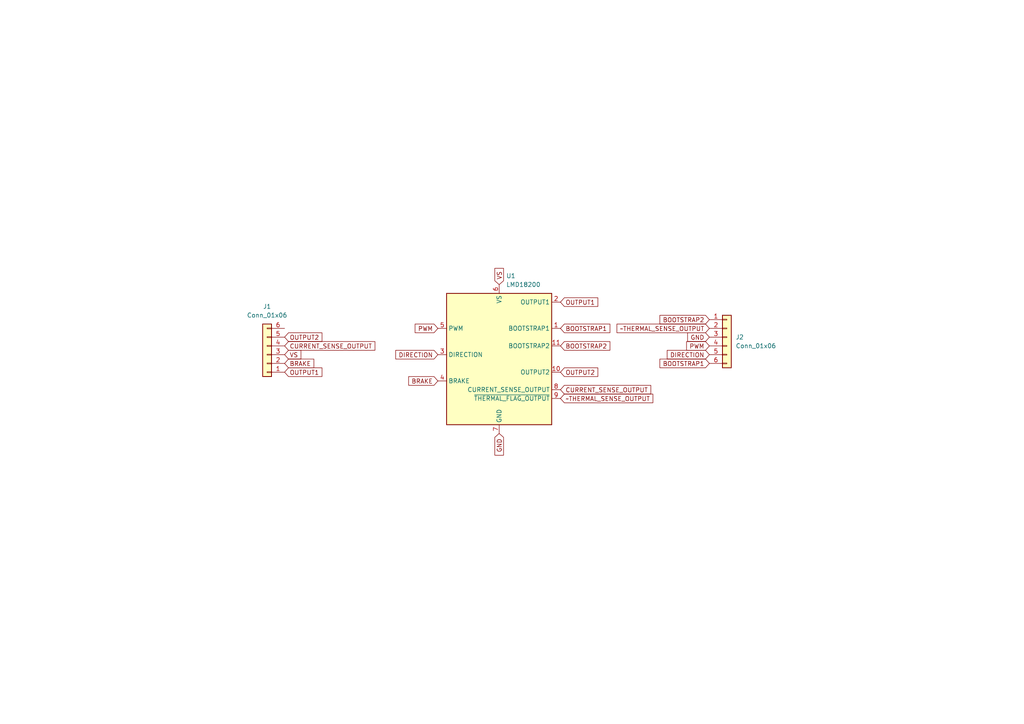
<source format=kicad_sch>
(kicad_sch (version 20211123) (generator eeschema)
  (paper "A4")
  (lib_symbols
    (symbol "Connector_Generic:Conn_01x06" (pin_names (offset 1.016) hide)
      (property "Reference" "J" (at 0 7.62 0))
      (property "Value" "Conn_01x06" (at 0 -10.16 0))
      (symbol "Conn_01x06_1_1"
        (rectangle (start -1.27 -7.493) (end 0 -7.747) (stroke (width 0.1524)))
        (rectangle (start -1.27 -4.953) (end 0 -5.207) (stroke (width 0.1524)))
        (rectangle (start -1.27 -2.413) (end 0 -2.667) (stroke (width 0.1524)))
        (rectangle (start -1.27 0.127) (end 0 -0.127) (stroke (width 0.1524)))
        (rectangle (start -1.27 2.667) (end 0 2.413) (stroke (width 0.1524)))
        (rectangle (start -1.27 5.207) (end 0 4.953) (stroke (width 0.1524)))
        (rectangle (start -1.27 6.35) (end 1.27 -8.89) (stroke (width 0.254)) (fill (type background)))
        (pin passive line (at -5.08 5.08 0) (length 3.81) (name "Pin_1") (number "1"))
        (pin passive line (at -5.08 2.54 0) (length 3.81) (name "Pin_2") (number "2"))
        (pin passive line (at -5.08 0 0) (length 3.81) (name "Pin_3") (number "3"))
        (pin passive line (at -5.08 -2.54 0) (length 3.81) (name "Pin_4") (number "4"))
        (pin passive line (at -5.08 -5.08 0) (length 3.81) (name "Pin_5") (number "5"))
        (pin passive line (at -5.08 -7.62 0) (length 3.81) (name "Pin_6") (number "6"))
      )
    )
    (symbol "Driver_Motor:LMD18200"
      (property "Reference" "U" (at -12.7 19.05 0))
      (property "Value" "LMD18200" (at 15.24 19.05 0))
      (symbol "LMD18200_0_1"
        (rectangle (start -15.24 -20.32) (end 15.24 17.78) (stroke (width 0.254)) (fill (type background)))
      )
      (symbol "LMD18200_1_1"
        (pin passive line (at 17.78 7.62 180) (length 2.54) (name "BOOTSTRAP1") (number "1"))
        (pin output line (at 17.78 -5.08 180) (length 2.54) (name "OUTPUT2") (number "10"))
        (pin passive line (at 17.78 2.54 180) (length 2.54) (name "BOOTSTRAP2") (number "11"))
        (pin output line (at 17.78 15.24 180) (length 2.54) (name "OUTPUT1") (number "2"))
        (pin input line (at -17.78 0 0) (length 2.54) (name "DIRECTION") (number "3"))
        (pin input line (at -17.78 -7.62 0) (length 2.54) (name "BRAKE") (number "4"))
        (pin input line (at -17.78 7.62 0) (length 2.54) (name "PWM") (number "5"))
        (pin power_in line (at 0 20.32 270) (length 2.54) (name "VS") (number "6"))
        (pin power_in line (at 0 -22.86 90) (length 2.54) (name "GND") (number "7"))
        (pin output line (at 17.78 -10.16 180) (length 2.54) (name "CURRENT_SENSE_OUTPUT") (number "8"))
        (pin open_collector line (at 17.78 -12.7 180) (length 2.54) (name "~{THERMAL_FLAG_OUTPUT}") (number "9"))
      )
    )
  )
  (global_label "OUTPUT2" (shape input) (at 162.56 107.95 0) (property "Références Inter-Feuilles" "${INTERSHEET_REFS}" (effects hide)))
  (global_label "GND" (shape input) (at 205.74 97.79 180) (property "Références Inter-Feuilles" "${INTERSHEET_REFS}" (effects hide)))
  (global_label "OUTPUT2" (shape input) (at 82.55 97.79 0) (property "Références Inter-Feuilles" "${INTERSHEET_REFS}" (effects hide)))
  (global_label "~THERMAL_SENSE_OUTPUT" (shape input) (at 162.56 115.57 0) (property "Références Inter-Feuilles" "${INTERSHEET_REFS}" (effects hide)))
  (global_label "DIRECTION" (shape input) (at 205.74 102.87 180) (property "Références Inter-Feuilles" "${INTERSHEET_REFS}" (effects hide)))
  (global_label "OUTPUT1" (shape input) (at 82.55 107.95 0) (property "Références Inter-Feuilles" "${INTERSHEET_REFS}" (effects hide)))
  (global_label "PWM" (shape input) (at 205.74 100.33 180) (property "Références Inter-Feuilles" "${INTERSHEET_REFS}" (effects hide)))
  (global_label "CURRENT_SENSE_OUTPUT" (shape input) (at 162.56 113.03 0) (property "Références Inter-Feuilles" "${INTERSHEET_REFS}" (effects hide)))
  (global_label "~THERMAL_SENSE_OUTPUT" (shape input) (at 205.74 95.25 180) (property "Références Inter-Feuilles" "${INTERSHEET_REFS}" (effects hide)))
  (global_label "BOOTSTRAP2" (shape input) (at 162.56 100.33 0) (property "Références Inter-Feuilles" "${INTERSHEET_REFS}" (effects hide)))
  (global_label "BRAKE" (shape input) (at 82.55 105.41 0) (property "Références Inter-Feuilles" "${INTERSHEET_REFS}" (effects hide)))
  (global_label "DIRECTION" (shape input) (at 127 102.87 180) (property "Références Inter-Feuilles" "${INTERSHEET_REFS}" (effects hide)))
  (global_label "PWM" (shape input) (at 127 95.25 180) (property "Références Inter-Feuilles" "${INTERSHEET_REFS}" (effects hide)))
  (global_label "BOOTSTRAP2" (shape input) (at 205.74 92.71 180) (property "Références Inter-Feuilles" "${INTERSHEET_REFS}" (effects hide)))
  (global_label "BOOTSTRAP1" (shape input) (at 205.74 105.41 180) (property "Références Inter-Feuilles" "${INTERSHEET_REFS}" (effects hide)))
  (global_label "GND" (shape input) (at 144.78 125.73 270) (property "Références Inter-Feuilles" "${INTERSHEET_REFS}" (effects hide)))
  (global_label "OUTPUT1" (shape input) (at 162.56 87.63 0) (property "Références Inter-Feuilles" "${INTERSHEET_REFS}" (effects hide)))
  (global_label "VS" (shape input) (at 82.55 102.87 0) (property "Références Inter-Feuilles" "${INTERSHEET_REFS}" (effects hide)))
  (global_label "BOOTSTRAP1" (shape input) (at 162.56 95.25 0) (property "Références Inter-Feuilles" "${INTERSHEET_REFS}" (effects hide)))
  (global_label "BRAKE" (shape input) (at 127 110.49 180) (property "Références Inter-Feuilles" "${INTERSHEET_REFS}" (effects hide)))
  (global_label "CURRENT_SENSE_OUTPUT" (shape input) (at 82.55 100.33 0) (property "Références Inter-Feuilles" "${INTERSHEET_REFS}" (effects hide)))
  (global_label "VS" (shape input) (at 144.78 82.55 90) (property "Références Inter-Feuilles" "${INTERSHEET_REFS}" (effects hide)))
  (symbol (lib_id "Connector_Generic:Conn_01x06") (at 77.47 102.87 180) (unit 1)
    (property "Reference" "J1" (at 77.47 88.9 0))
    (property "Value" "Conn_01x06" (at 77.47 91.44 0))
    (property "Footprint" "Connector_PinHeader_2.54mm:PinHeader_1x06_P2.54mm_Vertical" (effects hide))
  )
  (symbol (lib_id "Driver_Motor:LMD18200") (at 144.78 102.87 0) (unit 1)
    (property "Reference" "U1" (at 146.7994 80.01 0) (effects (justify left)))
    (property "Value" "LMD18200" (at 146.7994 82.55 0) (effects (justify left)))
    (property "Footprint" "Package_TO_SOT_THT:TO-220-11_P3.4x5.08mm_StaggerOdd_Lead4.85mm_Vertical" (effects hide))
    (property "Datasheet" "http://www.ti.com/lit/ds/symlink/lmd18200.pdf" (effects hide))
  )
  (symbol (lib_id "Connector_Generic:Conn_01x06") (at 210.82 97.79 0) (unit 1)
    (property "Reference" "J2" (at 213.36 97.7899 0) (effects (justify left)))
    (property "Value" "Conn_01x06" (at 213.36 100.3299 0) (effects (justify left)))
    (property "Footprint" "Connector_PinHeader_2.54mm:PinHeader_1x06_P2.54mm_Vertical" (effects hide))
  )
)
</source>
